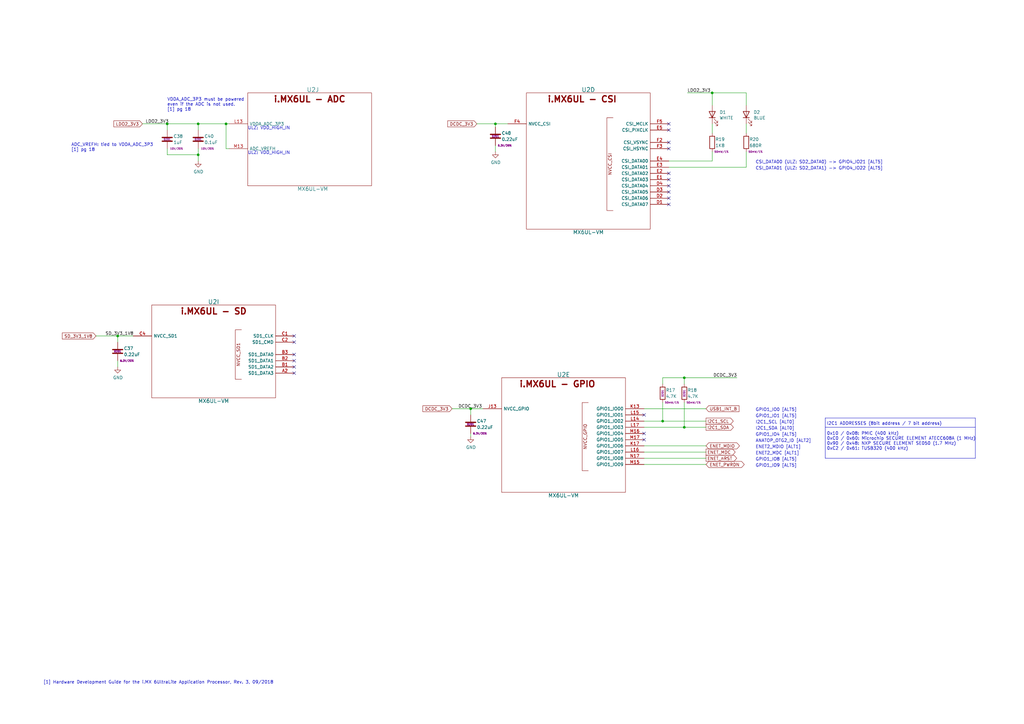
<source format=kicad_sch>
(kicad_sch (version 20230121) (generator eeschema)
  (paper "A3")
  (title_block (title "USB armory Mk II LAN") (date "2023-10-02") (rev "β") (company "WithSecure") (comment 1 "Copyright (c) The USB armory authors") (comment 2 "License: CERN-OHL-S") (comment 3 "https://github.com/usbarmory/usbarmory"))
  (lib_symbols
    (symbol "Device:C" (pin_numbers hide) (pin_names (offset 0.254))
      (property "Reference" "C" (at 0.635 2.54 0))
      (property "Value" "C" (at 0.635 -2.54 0))
      (symbol "C_0_1"
        (polyline (pts (xy -2.032 -0.762) (xy 2.032 -0.762)) (stroke (width 0.508)))
        (polyline (pts (xy -2.032 0.762) (xy 2.032 0.762)) (stroke (width 0.508)))
      )
      (symbol "C_1_1"
        (pin passive line (at 0 3.81 270) (length 2.794) (name "~") (number "1"))
        (pin passive line (at 0 -3.81 90) (length 2.794) (name "~") (number "2"))
      )
    )
    (symbol "Device:LED" (pin_numbers hide) (pin_names (offset 1.016) hide)
      (property "Reference" "D" (at 0 2.54 0))
      (property "Value" "LED" (at 0 -2.54 0))
      (symbol "LED_0_1"
        (polyline (pts (xy -1.27 -1.27) (xy -1.27 1.27)) (stroke (width 0.254)))
        (polyline (pts (xy -1.27 0) (xy 1.27 0)))
        (polyline (pts (xy 1.27 -1.27) (xy 1.27 1.27) (xy -1.27 0) (xy 1.27 -1.27)) (stroke (width 0.254)))
        (polyline (pts (xy -3.048 -0.762) (xy -4.572 -2.286) (xy -3.81 -2.286) (xy -4.572 -2.286) (xy -4.572 -1.524)))
        (polyline (pts (xy -1.778 -0.762) (xy -3.302 -2.286) (xy -2.54 -2.286) (xy -3.302 -2.286) (xy -3.302 -1.524)))
      )
      (symbol "LED_1_1"
        (pin passive line (at -3.81 0 0) (length 2.54) (name "K") (number "1"))
        (pin passive line (at 3.81 0 180) (length 2.54) (name "A") (number "2"))
      )
    )
    (symbol "Device:R" (pin_numbers hide) (pin_names (offset 0))
      (property "Reference" "R" (at 2.032 0 90))
      (property "Value" "R" (at 0 0 90))
      (symbol "R_0_1"
        (rectangle (start -1.016 -2.54) (end 1.016 2.54) (stroke (width 0.254)))
      )
      (symbol "R_1_1"
        (pin passive line (at 0 3.81 270) (length 1.27) (name "~") (number "1"))
        (pin passive line (at 0 -3.81 90) (length 1.27) (name "~") (number "2"))
      )
    )
    (symbol "Power:GND" (power) (pin_names (offset 0))
      (property "Value" "GND" (at 0 -3.81 0))
      (symbol "GND_0_1"
        (polyline (pts (xy 0 0) (xy 0 -1.27) (xy 1.27 -1.27) (xy 0 -2.54) (xy -1.27 -1.27) (xy 0 -1.27)))
      )
      (symbol "GND_1_1"
        (pin power_in line (at 0 0 270) (length 0) hide (name "GND") (number "1"))
      )
    )
    (symbol "armory-mkII:MX6UL-VM" (pin_names (offset 0.762))
      (property "Reference" "U" (at 7.62 5.08 0))
      (property "Value" "MX6UL-VM" (at -5.08 5.08 0))
      (symbol "MX6UL-VM_1_0"
        (text "i.MX6UL - POWER" (at 0 -2.54 0) (effects (font (size 2.54 2.54) bold)))
      )
      (symbol "MX6UL-VM_1_1"
        (rectangle (start -25.4 0) (end 25.4 -132.08))
        (pin power_in line (at -33.02 -68.58 0) (length 7.62) (name "VSS1") (number "A1"))
        (pin power_in line (at -33.02 -71.12 0) (length 7.62) (name "VSS2") (number "A17"))
        (pin power_in line (at -33.02 -78.74 0) (length 7.62) (name "VSS5") (number "C11"))
        (pin power_in line (at -33.02 -81.28 0) (length 7.62) (name "VSS6") (number "C15"))
        (pin power_in line (at -33.02 -73.66 0) (length 7.62) (name "VSS3") (number "C3"))
        (pin power_in line (at -33.02 -76.2 0) (length 7.62) (name "VSS4") (number "C7"))
        (pin power_in line (at -33.02 -86.36 0) (length 7.62) (name "VSS8") (number "E11"))
        (pin power_in line (at -33.02 -83.82 0) (length 7.62) (name "VSS7") (number "E8"))
        (pin power_in line (at -33.02 -99.06 0) (length 7.62) (name "VSS13") (number "F10"))
        (pin power_in line (at -33.02 -101.6 0) (length 7.62) (name "VSS14") (number "F11"))
        (pin power_in line (at -33.02 -104.14 0) (length 7.62) (name "VSS15") (number "F12"))
        (pin power_in line (at -33.02 -88.9 0) (length 7.62) (name "VSS9") (number "F6"))
        (pin power_in line (at -33.02 -91.44 0) (length 7.62) (name "VSS10") (number "F7"))
        (pin power_in line (at -33.02 -93.98 0) (length 7.62) (name "VSS11") (number "F8"))
        (pin power_in line (at -33.02 -96.52 0) (length 7.62) (name "VSS12") (number "F9"))
        (pin passive line (at 33.02 -10.16 180) (length 7.62) (name "VDD_ARM_CAP2") (number "G10"))
        (pin passive line (at 33.02 -12.7 180) (length 7.62) (name "VDD_ARM_CAP3") (number "G11"))
        (pin power_in line (at -33.02 -114.3 0) (length 7.62) (name "VSS19") (number "G12"))
        (pin power_in line (at -33.02 -116.84 0) (length 7.62) (name "VSS20") (number "G15"))
        (pin power_in line (at -33.02 -106.68 0) (length 7.62) (name "VSS16") (number "G3"))
        (pin power_in line (at -33.02 -109.22 0) (length 7.62) (name "VSS17") (number "G5"))
        (pin power_in line (at -33.02 -111.76 0) (length 7.62) (name "VSS18") (number "G7"))
        (pin power_out line (at 33.02 -20.32 180) (length 7.62) (name "VDD_SOC_CAP1") (number "G8"))
        (pin power_out line (at 33.02 -7.62 180) (length 7.62) (name "VDD_ARM_CAP1") (number "G9"))
        (pin power_in line (at -33.02 -15.24 0) (length 7.62) (name "VDD_SOC_IN2") (number "H10"))
        (pin passive line (at 33.02 -15.24 180) (length 7.62) (name "VDD_ARM_CAP4") (number "H11"))
        (pin power_in line (at -33.02 -121.92 0) (length 7.62) (name "VSS22") (number "H12"))
        (pin power_in line (at -33.02 -119.38 0) (length 7.62) (name "VSS21") (number "H7"))
        (pin passive line (at 33.02 -22.86 180) (length 7.62) (name "VDD_SOC_CAP2") (number "H8"))
        (pin power_in line (at -33.02 -12.7 0) (length 7.62) (name "VDD_SOC_IN1") (number "H9"))
        (pin power_in line (at -33.02 -20.32 0) (length 7.62) (name "VDD_SOC_IN4") (number "J10"))
        (pin passive line (at 33.02 -27.94 180) (length 7.62) (name "VDD_SOC_CAP4") (number "J11"))
        (pin power_in line (at 33.02 -121.92 180) (length 7.62) (name "VSS25") (number "J12"))
        (pin power_in line (at -33.02 -124.46 0) (length 7.62) (name "VSS23") (number "J5"))
        (pin power_in line (at 33.02 -124.46 180) (length 7.62) (name "VSS24") (number "J7"))
        (pin passive line (at 33.02 -25.4 180) (length 7.62) (name "VDD_SOC_CAP3") (number "J8"))
        (pin power_in line (at -33.02 -17.78 0) (length 7.62) (name "VDD_SOC_IN3") (number "J9"))
        (pin power_in line (at -33.02 -25.4 0) (length 7.62) (name "VDD_SOC_IN6") (number "K10"))
        (pin passive line (at 33.02 -33.02 180) (length 7.62) (name "VDD_SOC_CAP6") (number "K11"))
        (pin power_in line (at 33.02 -116.84 180) (length 7.62) (name "VSS27") (number "K12"))
        (pin power_in line (at 33.02 -119.38 180) (length 7.62) (name "VSS26") (number "K7"))
        (pin passive line (at 33.02 -30.48 180) (length 7.62) (name "VDD_SOC_CAP5") (number "K8"))
        (pin power_in line (at -33.02 -22.86 0) (length 7.62) (name "VDD_SOC_IN5") (number "K9"))
        (pin passive line (at 33.02 -40.64 180) (length 7.62) (name "VDD_SOC_CAP9") (number "L10"))
        (pin passive line (at 33.02 -43.18 180) (length 7.62) (name "VDD_SOC_CAP10") (number "L11"))
        (pin power_in line (at 33.02 -109.22 180) (length 7.62) (name "VSS30") (number "L12"))
        (pin power_in line (at 33.02 -114.3 180) (length 7.62) (name "VSS28") (number "L3"))
        (pin power_in line (at 33.02 -111.76 180) (length 7.62) (name "VSS29") (number "L7"))
        (pin passive line (at 33.02 -35.56 180) (length 7.62) (name "VDD_SOC_CAP7") (number "L8"))
        (pin passive line (at 33.02 -38.1 180) (length 7.62) (name "VDD_SOC_CAP8") (number "L9"))
        (pin power_in line (at 33.02 -99.06 180) (length 7.62) (name "VSS34") (number "M10"))
        (pin power_in line (at 33.02 -96.52 180) (length 7.62) (name "VSS35") (number "M11"))
        (pin power_in line (at -33.02 -66.04 0) (length 7.62) (name "NGND_KEL0") (number "M12"))
        (pin power_in line (at 33.02 -106.68 180) (length 7.62) (name "VSS31") (number "M7"))
        (pin power_in line (at 33.02 -104.14 180) (length 7.62) (name "VSS32") (number "M8"))
        (pin power_in line (at 33.02 -101.6 180) (length 7.62) (name "VSS33") (number "M9"))
        (pin power_out line (at 33.02 -60.96 180) (length 7.62) (name "VDD_SNVS_CAP") (number "N12"))
        (pin power_in line (at -33.02 -40.64 0) (length 7.62) (name "VDD_HIGH_IN") (number "N13"))
        (pin power_in line (at 33.02 -93.98 180) (length 7.62) (name "VSS36") (number "N3"))
        (pin power_in line (at 33.02 -91.44 180) (length 7.62) (name "VSS37") (number "N5"))
        (pin power_in line (at -33.02 -50.8 0) (length 7.62) (name "VDD_SNVS_IN") (number "P12"))
        (pin power_out line (at 33.02 -55.88 180) (length 7.62) (name "NVCC_PLL") (number "P13"))
        (pin power_in line (at 33.02 -81.28 180) (length 7.62) (name "VSS41") (number "R11"))
        (pin power_out line (at 33.02 -48.26 180) (length 7.62) (name "VDD_HIGH_CAP1") (number "R14"))
        (pin passive line (at 33.02 -50.8 180) (length 7.62) (name "VDD_HIGH_CAP2") (number "R15"))
        (pin power_in line (at 33.02 -78.74 180) (length 7.62) (name "VSS42") (number "R16"))
        (pin power_in line (at 33.02 -76.2 180) (length 7.62) (name "VSS43") (number "R17"))
        (pin power_in line (at 33.02 -88.9 180) (length 7.62) (name "VSS38") (number "R3"))
        (pin power_in line (at 33.02 -86.36 180) (length 7.62) (name "VSS39") (number "R5"))
        (pin power_in line (at 33.02 -83.82 180) (length 7.62) (name "VSS40") (number "R7"))
        (pin power_in line (at 33.02 -73.66 180) (length 7.62) (name "VSS44") (number "T14"))
        (pin power_in line (at 33.02 -71.12 180) (length 7.62) (name "VSS45") (number "U1"))
        (pin power_in line (at 33.02 -68.58 180) (length 7.62) (name "VSS46") (number "U14"))
        (pin power_in line (at 33.02 -66.04 180) (length 7.62) (name "VSS47") (number "U17"))
      )
      (symbol "MX6UL-VM_2_0"
        (text "i.MX6UL - DDR" (at -1.27 -2.54 0) (effects (font (size 2.54 2.54) bold)))
      )
      (symbol "MX6UL-VM_2_1"
        (rectangle (start -25.4 0) (end 25.4 -114.3))
        (pin output line (at 33.02 -73.66 180) (length 7.62) (name "DRAM_ODT1") (number "F1"))
        (pin output line (at -33.02 -48.26 0) (length 7.62) (name "DRAM_ADDR14") (number "G1"))
        (pin output line (at -33.02 -27.94 0) (length 7.62) (name "DRAM_ADDR06") (number "G2"))
        (pin output line (at -33.02 -91.44 0) (length 7.62) (name "DRAM_RESET") (number "G4"))
        (pin power_in line (at 33.02 -88.9 180) (length 7.62) (name "NVCC_DRAM1") (number "G6"))
        (pin output line (at -33.02 -58.42 0) (length 7.62) (name "DRAM_SDBA1") (number "H1"))
        (pin output line (at -33.02 -15.24 0) (length 7.62) (name "DRAM_ADDR01") (number "H2"))
        (pin output line (at -33.02 -45.72 0) (length 7.62) (name "DRAM_ADDR13") (number "H3"))
        (pin output line (at -33.02 -30.48 0) (length 7.62) (name "DRAM_ADDR07") (number "H4"))
        (pin output inverted (at -33.02 -68.58 0) (length 7.62) (name "~{DRAM_CS1}") (number "H5"))
        (pin power_in line (at 33.02 -91.44 180) (length 7.62) (name "NVCC_DRAM2") (number "H6"))
        (pin output inverted (at -33.02 -78.74 0) (length 7.62) (name "~{DRAM_SDWE}") (number "J1"))
        (pin output inverted (at -33.02 -76.2 0) (length 7.62) (name "~{DRAM_CAS}") (number "J2"))
        (pin output line (at 33.02 -81.28 180) (length 7.62) (name "DRAM_SDCKE1") (number "J3"))
        (pin output line (at -33.02 -33.02 0) (length 7.62) (name "DRAM_ADDR08") (number "J4"))
        (pin power_in line (at 33.02 -93.98 180) (length 7.62) (name "NVCC_DRAM3") (number "J6"))
        (pin output line (at -33.02 -17.78 0) (length 7.62) (name "DRAM_ADDR02") (number "K1"))
        (pin output line (at -33.02 -60.96 0) (length 7.62) (name "DRAM_SDBA2") (number "K2"))
        (pin output line (at -33.02 -40.64 0) (length 7.62) (name "DRAM_ADDR11") (number "K3"))
        (pin output line (at -33.02 -22.86 0) (length 7.62) (name "DRAM_ADDR04") (number "K4"))
        (pin output line (at -33.02 -50.8 0) (length 7.62) (name "DRAM_ADDR15") (number "K5"))
        (pin power_in line (at 33.02 -96.52 180) (length 7.62) (name "NVCC_DRAM4") (number "K6"))
        (pin output line (at -33.02 -25.4 0) (length 7.62) (name "DRAM_ADDR05") (number "L1"))
        (pin output line (at -33.02 -35.56 0) (length 7.62) (name "DRAM_ADDR09") (number "L2"))
        (pin output line (at -33.02 -43.18 0) (length 7.62) (name "DRAM_ADDR12") (number "L4"))
        (pin output line (at -33.02 -12.7 0) (length 7.62) (name "DRAM_ADDR00") (number "L5"))
        (pin power_in line (at 33.02 -99.06 180) (length 7.62) (name "NVCC_DRAM5") (number "L6"))
        (pin output line (at -33.02 -55.88 0) (length 7.62) (name "DRAM_SDBA0") (number "M1"))
        (pin output line (at -33.02 -20.32 0) (length 7.62) (name "DRAM_ADDR03") (number "M2"))
        (pin output line (at 33.02 -83.82 180) (length 7.62) (name "DRAM_SDCKE0") (number "M3"))
        (pin output line (at -33.02 -38.1 0) (length 7.62) (name "DRAM_ADDR10") (number "M4"))
        (pin output inverted (at -33.02 -73.66 0) (length 7.62) (name "~{DRAM_RAS}") (number "M5"))
        (pin power_in line (at 33.02 -101.6 180) (length 7.62) (name "NVCC_DRAM6") (number "M6"))
        (pin output line (at 33.02 -76.2 180) (length 7.62) (name "DRAM_ODT0") (number "N1"))
        (pin output inverted (at -33.02 -66.04 0) (length 7.62) (name "~{DRAM_CS0}") (number "N2"))
        (pin input line (at -33.02 -96.52 0) (length 7.62) (name "DRAM_ZQPAD") (number "N4"))
        (pin power_in line (at -33.02 -101.6 0) (length 7.62) (name "NVCC_DRAM_2P5") (number "N6"))
        (pin output line (at -33.02 -83.82 0) (length 7.62) (name "DRAM_SDCLK0_P") (number "P1"))
        (pin output line (at -33.02 -86.36 0) (length 7.62) (name "DRAM_SDCLK0_N") (number "P2"))
        (pin bidirectional line (at 33.02 -55.88 180) (length 7.62) (name "DRAM_DATA13") (number "P3"))
        (pin power_in line (at -33.02 -106.68 0) (length 7.62) (name "DRAM_VREF") (number "P4"))
        (pin bidirectional line (at 33.02 -53.34 180) (length 7.62) (name "DRAM_DATA12") (number "P5"))
        (pin output line (at 33.02 -33.02 180) (length 7.62) (name "DRAM_SDQS0_P") (number "P6"))
        (pin output line (at 33.02 -35.56 180) (length 7.62) (name "DRAM_SDQS0_N") (number "P7"))
        (pin bidirectional line (at 33.02 -60.96 180) (length 7.62) (name "DRAM_DATA15") (number "R1"))
        (pin bidirectional line (at 33.02 -58.42 180) (length 7.62) (name "DRAM_DATA14") (number "R2"))
        (pin bidirectional line (at 33.02 -50.8 180) (length 7.62) (name "DRAM_DATA11") (number "R4"))
        (pin output line (at 33.02 -63.5 180) (length 7.62) (name "DRAM_SDQS1_P") (number "T1"))
        (pin output line (at 33.02 -66.04 180) (length 7.62) (name "DRAM_SDQS1_N") (number "T2"))
        (pin output line (at 33.02 -68.58 180) (length 7.62) (name "DRAM_DQM1") (number "T3"))
        (pin bidirectional line (at 33.02 -12.7 180) (length 7.62) (name "DRAM_DATA00") (number "T4"))
        (pin bidirectional line (at 33.02 -27.94 180) (length 7.62) (name "DRAM_DATA06") (number "T5"))
        (pin bidirectional line (at 33.02 -17.78 180) (length 7.62) (name "DRAM_DATA02") (number "T6"))
        (pin output line (at 33.02 -38.1 180) (length 7.62) (name "DRAM_DQM0") (number "T7"))
        (pin bidirectional line (at 33.02 -25.4 180) (length 7.62) (name "DRAM_DATA05") (number "T8"))
        (pin bidirectional line (at 33.02 -43.18 180) (length 7.62) (name "DRAM_DATA08") (number "U2"))
        (pin bidirectional line (at 33.02 -45.72 180) (length 7.62) (name "DRAM_DATA09") (number "U3"))
        (pin bidirectional line (at 33.02 -30.48 180) (length 7.62) (name "DRAM_DATA07") (number "U4"))
        (pin bidirectional line (at 33.02 -48.26 180) (length 7.62) (name "DRAM_DATA10") (number "U5"))
        (pin bidirectional line (at 33.02 -15.24 180) (length 7.62) (name "DRAM_DATA01") (number "U6"))
        (pin bidirectional line (at 33.02 -20.32 180) (length 7.62) (name "DRAM_DATA03") (number "U7"))
        (pin bidirectional line (at 33.02 -22.86 180) (length 7.62) (name "DRAM_DATA04") (number "U8"))
      )
      (symbol "MX6UL-VM_3_0"
        (text "i.MX6UL - NAND" (at -2.54 -2.54 0) (effects (font (size 2.54 2.54) bold)))
        (text "NVCC_NAND" (at 8.89 -34.29 900) (effects (font (size 1.27 1.27))))
      )
      (symbol "MX6UL-VM_3_1"
        (rectangle (start -25.4 0) (end 25.4 -64.77))
        (polyline (pts (xy 10.16 -10.16) (xy 7.62 -10.16) (xy 7.62 -60.96) (xy 10.16 -60.96)))
        (pin input inverted (at 33.02 -33.02 180) (length 7.62) (name "~{NAND_READY}") (number "A3"))
        (pin input line (at 33.02 -22.86 180) (length 7.62) (name "NAND_CLE") (number "A4"))
        (pin bidirectional line (at 33.02 -58.42 180) (length 7.62) (name "NAND_DATA07") (number "A5"))
        (pin bidirectional line (at 33.02 -55.88 180) (length 7.62) (name "NAND_DATA06") (number "A6"))
        (pin bidirectional line (at 33.02 -45.72 180) (length 7.62) (name "NAND_DATA02") (number "A7"))
        (pin input line (at 33.02 -20.32 180) (length 7.62) (name "NAND_ALE") (number "B4"))
        (pin input inverted (at 33.02 -15.24 180) (length 7.62) (name "~{NAND_CE1}") (number "B5"))
        (pin bidirectional line (at 33.02 -53.34 180) (length 7.62) (name "NAND_DATA05") (number "B6"))
        (pin bidirectional line (at 33.02 -43.18 180) (length 7.62) (name "NAND_DATA01") (number "B7"))
        (pin input inverted (at 33.02 -12.7 180) (length 7.62) (name "~{NAND_CE0}") (number "C5"))
        (pin bidirectional line (at 33.02 -50.8 180) (length 7.62) (name "NAND_DATA04") (number "C6"))
        (pin input inverted (at 33.02 -27.94 180) (length 7.62) (name "~{NAND_WE}") (number "C8"))
        (pin input inverted (at 33.02 -30.48 180) (length 7.62) (name "~{NAND_WP}") (number "D5"))
        (pin bidirectional line (at 33.02 -48.26 180) (length 7.62) (name "NAND_DATA03") (number "D6"))
        (pin bidirectional line (at 33.02 -40.64 180) (length 7.62) (name "NAND_DATA00") (number "D7"))
        (pin input inverted (at 33.02 -25.4 180) (length 7.62) (name "~{NAND_RE}") (number "D8"))
        (pin input line (at 33.02 -35.56 180) (length 7.62) (name "NAND_DQS") (number "E6"))
        (pin power_in line (at -33.02 -12.7 0) (length 7.62) (name "NVCC_NAND") (number "E7"))
      )
      (symbol "MX6UL-VM_4_0"
        (text "i.MX6UL - CSI" (at -2.54 -2.54 0) (effects (font (size 2.54 2.54) bold)))
        (text "NVCC_CSI" (at 8.89 -29.21 900) (effects (font (size 1.27 1.27))))
      )
      (symbol "MX6UL-VM_4_1"
        (rectangle (start -25.4 0) (end 25.4 -55.88))
        (polyline (pts (xy 10.16 -10.16) (xy 7.62 -10.16) (xy 7.62 -48.26) (xy 8.89 -48.26) (xy 10.16 -48.26)))
        (pin bidirectional line (at 33.02 -45.72 180) (length 7.62) (name "CSI_DATA07") (number "D1"))
        (pin bidirectional line (at 33.02 -43.18 180) (length 7.62) (name "CSI_DATA06") (number "D2"))
        (pin bidirectional line (at 33.02 -40.64 180) (length 7.62) (name "CSI_DATA05") (number "D3"))
        (pin bidirectional line (at 33.02 -38.1 180) (length 7.62) (name "CSI_DATA04") (number "D4"))
        (pin bidirectional line (at 33.02 -35.56 180) (length 7.62) (name "CSI_DATA03") (number "E1"))
        (pin bidirectional line (at 33.02 -33.02 180) (length 7.62) (name "CSI_DATA02") (number "E2"))
        (pin bidirectional line (at 33.02 -30.48 180) (length 7.62) (name "CSI_DATA01") (number "E3"))
        (pin bidirectional line (at 33.02 -27.94 180) (length 7.62) (name "CSI_DATA00") (number "E4"))
        (pin input line (at 33.02 -15.24 180) (length 7.62) (name "CSI_PIXCLK") (number "E5"))
        (pin input line (at 33.02 -20.32 180) (length 7.62) (name "CSI_VSYNC") (number "F2"))
        (pin input line (at 33.02 -22.86 180) (length 7.62) (name "CSI_HSYNC") (number "F3"))
        (pin power_in line (at -33.02 -12.7 0) (length 7.62) (name "NVCC_CSI") (number "F4"))
        (pin input line (at 33.02 -12.7 180) (length 7.62) (name "CSI_MCLK") (number "F5"))
      )
      (symbol "MX6UL-VM_5_0"
        (text "i.MX6UL - GPIO" (at -2.54 -2.54 0) (effects (font (size 2.54 2.54) bold)))
        (text "NVCC_GPIO" (at 8.89 -24.13 900) (effects (font (size 1.27 1.27))))
      )
      (symbol "MX6UL-VM_5_1"
        (rectangle (start -25.4 0) (end 25.4 -46.99))
        (polyline (pts (xy 10.16 -10.16) (xy 7.62 -10.16) (xy 7.62 -38.1) (xy 8.89 -38.1) (xy 10.16 -38.1)))
        (pin power_in line (at -33.02 -12.7 0) (length 7.62) (name "NVCC_GPIO") (number "J13"))
        (pin bidirectional line (at 33.02 -12.7 180) (length 7.62) (name "GPIO1_IO00") (number "K13"))
        (pin bidirectional line (at 33.02 -27.94 180) (length 7.62) (name "GPIO1_IO06") (number "K17"))
        (pin bidirectional line (at 33.02 -17.78 180) (length 7.62) (name "GPIO1_IO02") (number "L14"))
        (pin bidirectional line (at 33.02 -15.24 180) (length 7.62) (name "GPIO1_IO01") (number "L15"))
        (pin bidirectional line (at 33.02 -30.48 180) (length 7.62) (name "GPIO1_IO07") (number "L16"))
        (pin bidirectional line (at 33.02 -20.32 180) (length 7.62) (name "GPIO1_IO03") (number "L17"))
        (pin bidirectional line (at 33.02 -35.56 180) (length 7.62) (name "GPIO1_IO09") (number "M15"))
        (pin bidirectional line (at 33.02 -22.86 180) (length 7.62) (name "GPIO1_IO04") (number "M16"))
        (pin bidirectional line (at 33.02 -25.4 180) (length 7.62) (name "GPIO1_IO05") (number "M17"))
        (pin bidirectional line (at 33.02 -33.02 180) (length 7.62) (name "GPIO1_IO08") (number "N17"))
      )
      (symbol "MX6UL-VM_6_0"
        (text "i.MX6UL - ENET" (at -2.54 -2.54 0) (effects (font (size 2.54 2.54) bold)))
        (text "NVCC_ENET" (at 6.35 -35.56 900) (effects (font (size 1.27 1.27))))
      )
      (symbol "MX6UL-VM_6_1"
        (rectangle (start -25.4 0) (end 25.4 -59.69))
        (polyline (pts (xy 7.62 -10.16) (xy 5.08 -10.16) (xy 5.08 -55.88) (xy 7.62 -55.88)))
        (pin bidirectional line (at 33.02 -35.56 180) (length 7.62) (name "ENET2_TX_DATA0") (number "A15"))
        (pin bidirectional line (at 33.02 -38.1 180) (length 7.62) (name "ENET2_TX_DATA1") (number "A16"))
        (pin bidirectional line (at 33.02 -40.64 180) (length 7.62) (name "ENET2_TX_EN") (number "B15"))
        (pin bidirectional line (at 33.02 -53.34 180) (length 7.62) (name "ENET2_RX_EN") (number "B17"))
        (pin bidirectional line (at 33.02 -48.26 180) (length 7.62) (name "ENET2_RX_DATA1") (number "C16"))
        (pin bidirectional line (at 33.02 -45.72 180) (length 7.62) (name "ENET2_RX_DATA0") (number "C17"))
        (pin bidirectional line (at 33.02 -27.94 180) (length 7.62) (name "ENET1_RX_ER") (number "D15"))
        (pin bidirectional line (at 33.02 -50.8 180) (length 7.62) (name "ENET2_RX_ER") (number "D16"))
        (pin bidirectional line (at 33.02 -43.18 180) (length 7.62) (name "ENET2_TX_CLK") (number "D17"))
        (pin bidirectional line (at 33.02 -15.24 180) (length 7.62) (name "ENET1_TX_DATA1") (number "E14"))
        (pin bidirectional line (at 33.02 -12.7 180) (length 7.62) (name "ENET1_TX_DATA0") (number "E15"))
        (pin bidirectional line (at 33.02 -30.48 180) (length 7.62) (name "ENET1_RX_EN") (number "E16"))
        (pin bidirectional line (at 33.02 -25.4 180) (length 7.62) (name "ENET1_RX_DATA1") (number "E17"))
        (pin power_in line (at -33.02 -12.7 0) (length 7.62) (name "NVCC_ENET") (number "F13"))
        (pin bidirectional line (at 33.02 -20.32 180) (length 7.62) (name "ENET1_TX_CLK") (number "F14"))
        (pin bidirectional line (at 33.02 -17.78 180) (length 7.62) (name "ENET1_TX_EN") (number "F15"))
        (pin bidirectional line (at 33.02 -22.86 180) (length 7.62) (name "ENET1_RX_DATA0") (number "F16"))
      )
      (symbol "MX6UL-VM_7_0"
        (text "i.MX6UL - LCD" (at -2.54 -2.54 0) (effects (font (size 2.54 2.54) bold)))
        (text "NVCC_LCD1" (at 8.89 -50.8 900) (effects (font (size 1.27 1.27))))
      )
      (symbol "MX6UL-VM_7_1"
        (rectangle (start -25.4 0) (end 25.4 -97.79))
        (polyline (pts (xy 10.16 -10.16) (xy 7.62 -10.16) (xy 7.62 -91.44) (xy 10.16 -91.44)))
        (pin bidirectional line (at 33.02 -45.72 180) (length 7.62) (name "LCD_DATA06") (number "A10"))
        (pin bidirectional line (at 33.02 -53.34 180) (length 7.62) (name "LCD_DATA09") (number "A11"))
        (pin bidirectional line (at 33.02 -66.04 180) (length 7.62) (name "LCD_DATA14") (number "A12"))
        (pin bidirectional line (at 33.02 -76.2 180) (length 7.62) (name "LCD_DATA18") (number "A13"))
        (pin bidirectional line (at 33.02 -86.36 180) (length 7.62) (name "LCD_DATA22") (number "A14"))
        (pin bidirectional line (at 33.02 -12.7 180) (length 7.62) (name "LCD_CLK") (number "A8"))
        (pin bidirectional line (at 33.02 -33.02 180) (length 7.62) (name "LCD_DATA01") (number "A9"))
        (pin bidirectional line (at 33.02 -43.18 180) (length 7.62) (name "LCD_DATA05") (number "B10"))
        (pin bidirectional line (at 33.02 -50.8 180) (length 7.62) (name "LCD_DATA08") (number "B11"))
        (pin bidirectional line (at 33.02 -63.5 180) (length 7.62) (name "LCD_DATA13") (number "B12"))
        (pin bidirectional line (at 33.02 -73.66 180) (length 7.62) (name "LCD_DATA17") (number "B13"))
        (pin bidirectional line (at 33.02 -83.82 180) (length 7.62) (name "LCD_DATA21") (number "B14"))
        (pin bidirectional line (at 33.02 -88.9 180) (length 7.62) (name "LCD_DATA23") (number "B16"))
        (pin bidirectional line (at 33.02 -17.78 180) (length 7.62) (name "LCD_ENABLE") (number "B8"))
        (pin bidirectional line (at 33.02 -30.48 180) (length 7.62) (name "LCD_DATA00") (number "B9"))
        (pin bidirectional line (at 33.02 -40.64 180) (length 7.62) (name "LCD_DATA04") (number "C10"))
        (pin bidirectional line (at 33.02 -60.96 180) (length 7.62) (name "LCD_DATA12") (number "C12"))
        (pin bidirectional line (at 33.02 -71.12 180) (length 7.62) (name "LCD_DATA16") (number "C13"))
        (pin bidirectional line (at 33.02 -81.28 180) (length 7.62) (name "LCD_DATA20") (number "C14"))
        (pin bidirectional line (at 33.02 -22.86 180) (length 7.62) (name "LCD_VSYNC") (number "C9"))
        (pin bidirectional line (at 33.02 -38.1 180) (length 7.62) (name "LCD_DATA03") (number "D10"))
        (pin bidirectional line (at 33.02 -48.26 180) (length 7.62) (name "LCD_DATA07") (number "D11"))
        (pin bidirectional line (at 33.02 -58.42 180) (length 7.62) (name "LCD_DATA11") (number "D12"))
        (pin bidirectional line (at 33.02 -68.58 180) (length 7.62) (name "LCD_DATA15") (number "D13"))
        (pin bidirectional line (at 33.02 -78.74 180) (length 7.62) (name "LCD_DATA19") (number "D14"))
        (pin bidirectional line (at 33.02 -20.32 180) (length 7.62) (name "LCD_HSYNC") (number "D9"))
        (pin bidirectional line (at 33.02 -35.56 180) (length 7.62) (name "LCD_DATA02") (number "E10"))
        (pin bidirectional line (at 33.02 -55.88 180) (length 7.62) (name "LCD_DATA10") (number "E12"))
        (pin power_in line (at -33.02 -12.7 0) (length 7.62) (name "NVCC_LCD") (number "E13"))
        (pin bidirectional line (at 33.02 -25.4 180) (length 7.62) (name "LCD_RESET") (number "E9"))
      )
      (symbol "MX6UL-VM_8_0"
        (text "i.MX6UL - USB" (at -2.54 -2.54 0) (effects (font (size 2.54 2.54) bold)))
      )
      (symbol "MX6UL-VM_8_1"
        (rectangle (start -25.4 0) (end 25.4 -48.26))
        (pin power_out line (at 33.02 -26.67 180) (length 7.62) (name "VDD_USB_CAP") (number "R12"))
        (pin power_in line (at -33.02 -12.7 0) (length 7.62) (name "USB_OTG1_VBUS") (number "T12"))
        (pin bidirectional line (at 33.02 -35.56 180) (length 7.62) (name "USB_OTG2_DN") (number "T13"))
        (pin bidirectional line (at 33.02 -12.7 180) (length 7.62) (name "USB_OTG1_DN") (number "T15"))
        (pin power_in line (at -33.02 -35.56 0) (length 7.62) (name "USB_OTG2_VBUS") (number "U12"))
        (pin bidirectional line (at 33.02 -38.1 180) (length 7.62) (name "USB_OTG2_DP") (number "U13"))
        (pin bidirectional line (at 33.02 -15.24 180) (length 7.62) (name "USB_OTG1_DP") (number "U15"))
        (pin bidirectional inverted (at 33.02 -17.78 180) (length 7.62) (name "~{USB_OTG1_CHD}") (number "U16"))
      )
      (symbol "MX6UL-VM_9_0"
        (text "i.MX6UL - SD" (at 0 -2.54 0) (effects (font (size 2.54 2.54) bold)))
        (text "NVCC_SD1" (at 10.16 -20.32 900) (effects (font (size 1.27 1.27))))
      )
      (symbol "MX6UL-VM_9_1"
        (rectangle (start -25.4 0) (end 25.4 -38.1))
        (polyline (pts (xy 11.43 -10.16) (xy 8.89 -10.16) (xy 8.89 -30.48) (xy 11.43 -30.48)))
        (pin bidirectional line (at 33.02 -27.94 180) (length 7.62) (name "SD1_DATA3") (number "A2"))
        (pin bidirectional line (at 33.02 -25.4 180) (length 7.62) (name "SD1_DATA2") (number "B1"))
        (pin bidirectional line (at 33.02 -22.86 180) (length 7.62) (name "SD1_DATA1") (number "B2"))
        (pin bidirectional line (at 33.02 -20.32 180) (length 7.62) (name "SD1_DATA0") (number "B3"))
        (pin bidirectional line (at 33.02 -12.7 180) (length 7.62) (name "SD1_CLK") (number "C1"))
        (pin bidirectional line (at 33.02 -15.24 180) (length 7.62) (name "SD1_CMD") (number "C2"))
        (pin power_in line (at -33.02 -12.7 0) (length 7.62) (name "NVCC_SD1") (number "C4"))
      )
      (symbol "MX6UL-VM_10_0"
        (text "i.MX6UL - ADC" (at 0 -2.54 0) (effects (font (size 2.54 2.54) bold)))
      )
      (symbol "MX6UL-VM_10_1"
        (rectangle (start -25.4 0) (end 25.4 -38.1))
        (pin power_in line (at -33.02 -12.7 0) (length 7.62) (name "VDDA_ADC_3P3") (number "L13"))
        (pin power_in line (at -33.02 -22.86 0) (length 7.62) (name "ADC_VREFH") (number "M13"))
      )
      (symbol "MX6UL-VM_11_0"
        (polyline (pts (xy -17.78 -67.31) (xy -15.24 -67.31) (xy -15.24 -77.47) (xy -17.78 -77.47)))
        (polyline (pts (xy -15.24 -105.41) (xy -12.7 -105.41) (xy -12.7 -118.11) (xy -15.24 -118.11)))
        (polyline (pts (xy -12.7 -81.28) (xy -10.16 -81.28) (xy -10.16 -99.06) (xy -12.7 -99.06)))
        (polyline (pts (xy -5.08 -10.16) (xy -2.54 -10.16) (xy -2.54 -63.5) (xy -5.08 -63.5)))
        (polyline (pts (xy 7.62 -60.96) (xy 5.08 -60.96) (xy 5.08 -114.3) (xy 7.62 -114.3)))
        (text "i.MX6UL - CONTROL" (at 1.27 -2.54 0) (effects (font (size 2.54 2.54) bold)))
        (text "NVCC_GPIO" (at 10.16 -19.05 900) (effects (font (size 1.27 1.27))))
        (text "NVCC_PLL" (at -16.51 -72.39 900) (effects (font (size 1.27 1.27))))
        (text "NVCC_UART" (at 6.35 -86.36 900) (effects (font (size 1.27 1.27))))
        (text "VDD_SNVS_CAP" (at -11.43 -90.17 900) (effects (font (size 1.27 1.27))))
        (text "VDD_SNVS_IN" (at -3.81 -36.83 900) (effects (font (size 1.27 1.27))))
        (text "VDDHIGH_CAP" (at 10.16 -39.37 900) (effects (font (size 1.27 1.27))))
        (text "VDDHIGH_IN" (at -13.97 -111.76 900) (effects (font (size 1.27 1.27))))
      )
      (symbol "MX6UL-VM_11_1"
        (rectangle (start -25.4 0) (end 25.4 -121.92))
        (polyline (pts (xy 11.43 -31.75) (xy 8.89 -31.75) (xy 8.89 -46.99) (xy 10.16 -46.99) (xy 11.43 -46.99)))
        (polyline (pts (xy 11.43 -10.16) (xy 8.89 -10.16) (xy 8.89 -27.94) (xy 10.16 -27.94) (xy 11.43 -27.94)))
        (pin bidirectional line (at 33.02 -109.22 180) (length 7.62) (name "UART5_TX_DATA") (number "F17"))
        (pin bidirectional line (at 33.02 -111.76 180) (length 7.62) (name "UART5_RX_DATA") (number "G13"))
        (pin bidirectional inverted (at 33.02 -93.98 180) (length 7.62) (name "~{UART3_RTS}") (number "G14"))
        (pin bidirectional line (at 33.02 -104.14 180) (length 7.62) (name "UART4_RX_DATA") (number "G16"))
        (pin bidirectional line (at 33.02 -101.6 180) (length 7.62) (name "UART4_TX_DATA") (number "G17"))
        (pin power_in line (at 33.02 -53.34 180) (length 7.62) (name "NVCC_UART") (number "H13"))
        (pin bidirectional inverted (at 33.02 -81.28 180) (length 7.62) (name "~{UART2_RTS}") (number "H14"))
        (pin bidirectional inverted (at 33.02 -96.52 180) (length 7.62) (name "~{UART3_CTS}") (number "H15"))
        (pin bidirectional line (at 33.02 -91.44 180) (length 7.62) (name "UART3_RX_DATA") (number "H16"))
        (pin bidirectional line (at 33.02 -88.9 180) (length 7.62) (name "UART3_TX_DATA") (number "H17"))
        (pin bidirectional inverted (at 33.02 -68.58 180) (length 7.62) (name "~{UART1_RTS}") (number "J14"))
        (pin bidirectional inverted (at 33.02 -83.82 180) (length 7.62) (name "~{UART2_CTS}") (number "J15"))
        (pin bidirectional line (at 33.02 -78.74 180) (length 7.62) (name "UART2_RX_DATA") (number "J16"))
        (pin bidirectional line (at 33.02 -76.2 180) (length 7.62) (name "UART2_TX_DATA") (number "J17"))
        (pin bidirectional line (at 33.02 -63.5 180) (length 7.62) (name "UART1_TX_DATA") (number "K14"))
        (pin bidirectional inverted (at 33.02 -71.12 180) (length 7.62) (name "~{UART1_CTS}") (number "K15"))
        (pin bidirectional line (at 33.02 -66.04 180) (length 7.62) (name "UART1_RX_DATA") (number "K16"))
        (pin bidirectional line (at 33.02 -12.7 180) (length 7.62) (name "JTAG_TCK") (number "M14"))
        (pin input line (at -33.02 -48.26 0) (length 7.62) (name "SNVS_TAMPER7") (number "N10"))
        (pin input line (at -33.02 -45.72 0) (length 7.62) (name "SNVS_TAMPER6") (number "N11"))
        (pin input inverted (at 33.02 -22.86 180) (length 7.62) (name "~{JTAG_TRST}") (number "N14"))
        (pin bidirectional line (at 33.02 -20.32 180) (length 7.62) (name "JTAG_TDO") (number "N15"))
        (pin input line (at 33.02 -17.78 180) (length 7.62) (name "JTAG_TDI") (number "N16"))
        (pin input line (at -33.02 -25.4 0) (length 7.62) (name "TEST_MODE") (number "N7"))
        (pin input line (at -33.02 -43.18 0) (length 7.62) (name "SNVS_TAMPER5") (number "N8"))
        (pin input line (at -33.02 -50.8 0) (length 7.62) (name "SNVS_TAMPER8") (number "N9"))
        (pin input line (at -33.02 -38.1 0) (length 7.62) (name "SNVS_TAMPER3") (number "P10"))
        (pin input line (at -33.02 -35.56 0) (length 7.62) (name "SNVS_TAMPER2") (number "P11"))
        (pin bidirectional line (at 33.02 -15.24 180) (length 7.62) (name "JTAG_TMS") (number "P14"))
        (pin bidirectional line (at 33.02 -25.4 180) (length 7.62) (name "JTAG_MOD") (number "P15"))
        (pin bidirectional line (at 33.02 -38.1 180) (length 7.62) (name "CCM_CLK1_N") (number "P16"))
        (pin bidirectional line (at 33.02 -40.64 180) (length 7.62) (name "CCM_CLK1_P") (number "P17"))
        (pin input inverted (at -33.02 -15.24 0) (length 7.62) (name "~{POR}") (number "P8"))
        (pin input line (at -33.02 -40.64 0) (length 7.62) (name "SNVS_TAMPER4") (number "P9"))
        (pin input line (at -33.02 -30.48 0) (length 7.62) (name "SNVS_TAMPER0") (number "R10"))
        (pin power_in line (at -33.02 -111.76 0) (length 7.62) (name "GPANAIO") (number "R13"))
        (pin input line (at -33.02 -53.34 0) (length 7.62) (name "SNVS_TAMPER9") (number "R6"))
        (pin input line (at -33.02 -12.7 0) (length 7.62) (name "ONOFF") (number "R8"))
        (pin input line (at -33.02 -33.02 0) (length 7.62) (name "SNVS_TAMPER1") (number "R9"))
        (pin input line (at -33.02 -20.32 0) (length 7.62) (name "BOOT_MODE0") (number "T10"))
        (pin input line (at -33.02 -88.9 0) (length 7.62) (name "RTC_XTALI") (number "T11"))
        (pin input line (at -33.02 -71.12 0) (length 7.62) (name "XTALI") (number "T16"))
        (pin input line (at -33.02 -73.66 0) (length 7.62) (name "XTALO") (number "T17"))
        (pin input line (at -33.02 -60.96 0) (length 7.62) (name "SNVS_PMIC_ON_REQ") (number "T9"))
        (pin input line (at -33.02 -22.86 0) (length 7.62) (name "BOOT_MODE1") (number "U10"))
        (pin input line (at -33.02 -91.44 0) (length 7.62) (name "RTC_XTALO") (number "U11"))
        (pin input line (at -33.02 -58.42 0) (length 7.62) (name "CCM_PMIC_STBY_REQ") (number "U9"))
      )
    )
  )
  (junction (at 280.67 154.94))
  (junction (at 81.28 63.5))
  (junction (at 271.78 172.72))
  (junction (at 81.28 50.8))
  (junction (at 48.26 137.795))
  (junction (at 193.04 167.64))
  (junction (at 68.58 50.8))
  (junction (at 92.71 50.8))
  (junction (at 292.1 38.1))
  (junction (at 203.2 50.8))
  (junction (at 280.67 175.26))
  (no_connect (at 120.65 147.955))
  (no_connect (at 264.16 170.18))
  (no_connect (at 264.16 180.34))
  (no_connect (at 264.16 177.8))
  (no_connect (at 120.65 150.495))
  (no_connect (at 120.65 137.795))
  (no_connect (at 274.32 83.82))
  (no_connect (at 274.32 81.28))
  (no_connect (at 274.32 58.42))
  (no_connect (at 120.65 140.335))
  (no_connect (at 120.65 145.415))
  (no_connect (at 274.32 73.66))
  (no_connect (at 274.32 76.2))
  (no_connect (at 120.65 153.035))
  (no_connect (at 274.32 60.96))
  (no_connect (at 274.32 50.8))
  (no_connect (at 274.32 71.12))
  (no_connect (at 274.32 53.34))
  (no_connect (at 274.32 78.74))
  (wire (pts (xy 306.07 38.1) (xy 306.07 43.18)))
  (wire (pts (xy 193.04 177.8) (xy 193.04 179.07)))
  (wire (pts (xy 92.71 50.8) (xy 92.71 60.96)))
  (wire (pts (xy 203.2 52.07) (xy 203.2 50.8)))
  (wire (pts (xy 92.71 60.96) (xy 93.98 60.96)))
  (wire (pts (xy 68.58 63.5) (xy 68.58 60.96)))
  (wire (pts (xy 280.67 154.94) (xy 302.26 154.94)))
  (wire (pts (xy 195.58 50.8) (xy 203.2 50.8)))
  (wire (pts (xy 48.26 137.795) (xy 54.61 137.795)))
  (wire (pts (xy 193.04 170.18) (xy 193.04 167.64)))
  (polyline (pts (xy 338.455 171.45) (xy 338.455 187.96)))
  (wire (pts (xy 271.78 154.94) (xy 271.78 157.48)))
  (wire (pts (xy 68.58 53.34) (xy 68.58 50.8)))
  (wire (pts (xy 68.58 50.8) (xy 81.28 50.8)))
  (wire (pts (xy 271.78 172.72) (xy 289.56 172.72)))
  (wire (pts (xy 264.16 187.96) (xy 289.56 187.96)))
  (wire (pts (xy 48.26 147.955) (xy 48.26 150.495)))
  (wire (pts (xy 203.2 50.8) (xy 208.28 50.8)))
  (wire (pts (xy 306.07 38.1) (xy 292.1 38.1)))
  (wire (pts (xy 271.78 154.94) (xy 280.67 154.94)))
  (wire (pts (xy 264.16 172.72) (xy 271.78 172.72)))
  (wire (pts (xy 193.04 167.64) (xy 198.12 167.64)))
  (wire (pts (xy 292.1 62.23) (xy 292.1 66.04)))
  (wire (pts (xy 271.78 165.1) (xy 271.78 172.72)))
  (wire (pts (xy 39.37 137.795) (xy 48.26 137.795)))
  (wire (pts (xy 280.67 157.48) (xy 280.67 154.94)))
  (wire (pts (xy 48.26 140.335) (xy 48.26 137.795)))
  (wire (pts (xy 93.98 50.8) (xy 92.71 50.8)))
  (polyline (pts (xy 400.05 187.96) (xy 400.05 171.45)))
  (wire (pts (xy 280.67 175.26) (xy 289.56 175.26)))
  (wire (pts (xy 292.1 38.1) (xy 281.94 38.1)))
  (wire (pts (xy 264.16 190.5) (xy 289.56 190.5)))
  (polyline (pts (xy 400.05 171.45) (xy 338.455 171.45)))
  (wire (pts (xy 81.28 63.5) (xy 81.28 60.96)))
  (wire (pts (xy 81.28 63.5) (xy 81.28 66.04)))
  (polyline (pts (xy 338.455 175.26) (xy 400.05 175.26)))
  (wire (pts (xy 292.1 50.8) (xy 292.1 54.61)))
  (wire (pts (xy 264.16 182.88) (xy 289.56 182.88)))
  (wire (pts (xy 306.07 68.58) (xy 274.32 68.58)))
  (wire (pts (xy 289.56 167.64) (xy 264.16 167.64)))
  (wire (pts (xy 203.2 59.69) (xy 203.2 62.23)))
  (wire (pts (xy 92.71 50.8) (xy 81.28 50.8)))
  (wire (pts (xy 264.16 185.42) (xy 289.56 185.42)))
  (wire (pts (xy 306.07 50.8) (xy 306.07 54.61)))
  (polyline (pts (xy 338.455 187.96) (xy 400.05 187.96)))
  (wire (pts (xy 280.67 165.1) (xy 280.67 175.26)))
  (wire (pts (xy 68.58 63.5) (xy 81.28 63.5)))
  (wire (pts (xy 264.16 175.26) (xy 280.67 175.26)))
  (wire (pts (xy 185.42 167.64) (xy 193.04 167.64)))
  (wire (pts (xy 292.1 43.18) (xy 292.1 38.1)))
  (wire (pts (xy 292.1 66.04) (xy 274.32 66.04)))
  (wire (pts (xy 306.07 62.23) (xy 306.07 68.58)))
  (wire (pts (xy 81.28 50.8) (xy 81.28 53.34)))
  (wire (pts (xy 58.42 50.8) (xy 68.58 50.8)))
  (text "I2C1_SDA [ALT0]" (at 309.88 176.53 0) (effects (font (size 1.27 1.27)) (justify left bottom)))
  (text "GPIO1_IO9 [ALT5]" (at 309.88 191.77 0) (effects (font (size 1.27 1.27)) (justify left bottom)))
  (text "GPIO1_IO1 [ALT5]" (at 309.88 171.45 0) (effects (font (size 1.27 1.27)) (justify left bottom)))
  (text "VDDA_ADC_3P3 must be powered\neven if the ADC is not used.\n[1] pg 18" (at 68.58 45.72 0) (effects (font (size 1.27 1.27)) (justify left bottom)))
  (text "CSI_DATA00 (ULZ: SD2_DATA0) -> GPIO4_IO21 [ALT5]" (at 309.88 67.31 0) (effects (font (size 1.27 1.27)) (justify left bottom)))
  (text "ULZ: VDD_HIGH_IN" (at 101.6 63.5 0) (effects (font (size 1.27 1.27)) (justify left bottom)))
  (text "ENET2_MDIO [ALT1]" (at 309.88 184.15 0) (effects (font (size 1.27 1.27)) (justify left bottom)))
  (text "ENET2_MDC [ALT1]" (at 309.88 186.69 0) (effects (font (size 1.27 1.27)) (justify left bottom)))
  (text "ULZ: VDD_HIGH_IN" (at 101.6 53.34 0) (effects (font (size 1.27 1.27)) (justify left bottom)))
  (text "GPIO1_IO8 [ALT5]" (at 309.88 189.23 0) (effects (font (size 1.27 1.27)) (justify left bottom)))
  (text "GPIO1_IO4 [ALT5]" (at 309.88 179.07 0) (effects (font (size 1.27 1.27)) (justify left bottom)))
  (text "ADC_VREFH: tied to VDDA_ADC_3P3\n[1] pg 18" (at 29.21 62.23 0) (effects (font (size 1.27 1.27)) (justify left bottom)))
  (text "CSI_DATA01 (ULZ: SD2_DATA1) -> GPIO4_IO22 [ALT5]" (at 309.88 69.85 0) (effects (font (size 1.27 1.27)) (justify left bottom)))
  (text "I2C1_SCL [ALT0]" (at 309.88 173.99 0) (effects (font (size 1.27 1.27)) (justify left bottom)))
  (text "ANATOP_OTG2_ID [ALT2]" (at 309.88 181.61 0) (effects (font (size 1.27 1.27)) (justify left bottom)))
  (text "GPIO1_IO0 [ALT5]" (at 309.88 168.91 0) (effects (font (size 1.27 1.27)) (justify left bottom)))
  (text "[1] Hardware Development Guide for the i.MX 6UltraLite Application Processor, Rev. 3, 09/2018\n" (at 17.78 280.67 0) (effects (font (size 1.27 1.27)) (justify left bottom)))
  (text "I2C1 ADDRESSES (8bit address / 7 bit address)\n\n0x10 / 0x08: PMIC (400 kHz)\n0xC0 / 0x60: Microchip SECURE ELEMENT ATECC608A (1 MHz)\n0x90 / 0x48: NXP SECURE ELEMENT SE050 (1.7 MHz)\n0xC2 / 0x61: TUSB320 (400 kHz)" (at 339.09 184.785 0) (effects (font (size 1.27 1.27)) (justify left bottom)))
  (label "LDO2_3V3" (at 59.69 50.8 0))
  (label "DCDC_3V3" (at 302.26 154.94 180))
  (label "LDO2_3V3" (at 281.94 38.1 0))
  (label "DCDC_3V3" (at 187.96 167.64 0))
  (label "SD_3V3_1V8" (at 43.18 137.795 0))
  (global_label "ENET_MDIO" (shape bidirectional) (at 289.56 182.88 0) (property "Intersheetrefs" "${INTERSHEET_REFS}" (effects hide)))
  (global_label "ENET_PWRDN" (shape bidirectional) (at 289.56 190.5 0) (property "Intersheetrefs" "${INTERSHEET_REFS}" (effects hide)))
  (global_label "LDO2_3V3" (shape input) (at 58.42 50.8 180) (property "Intersheetrefs" "${INTERSHEET_REFS}" (effects hide)))
  (global_label "DCDC_3V3" (shape input) (at 195.58 50.8 180) (property "Intersheetrefs" "${INTERSHEET_REFS}" (effects hide)))
  (global_label "DCDC_3V3" (shape input) (at 185.42 167.64 180) (property "Intersheetrefs" "${INTERSHEET_REFS}" (effects hide)))
  (global_label "I2C1_SDA" (shape output) (at 289.56 175.26 0) (property "Intersheetrefs" "${INTERSHEET_REFS}" (effects hide)))
  (global_label "I2C1_SCL" (shape output) (at 289.56 172.72 0) (property "Intersheetrefs" "${INTERSHEET_REFS}" (effects hide)))
  (global_label "USB1_INT_B" (shape input) (at 289.56 167.64 0) (property "Intersheetrefs" "${INTERSHEET_REFS}" (effects hide)))
  (global_label "ENET_nRST" (shape output) (at 289.56 187.96 0) (property "Intersheetrefs" "${INTERSHEET_REFS}" (effects hide)))
  (global_label "SD_3V3_1V8" (shape input) (at 39.37 137.795 180) (property "Intersheetrefs" "${INTERSHEET_REFS}" (effects hide)))
  (global_label "ENET_MDC" (shape output) (at 289.56 185.42 0) (property "Intersheetrefs" "${INTERSHEET_REFS}" (effects hide)))
  (symbol (lib_id "armory-mkII:MX6UL-VM") (at 231.14 154.94 0) (unit 5)
    (property "Reference" "U2" (at 231.14 153.67 0) (effects (font (size 1.778 1.778))))
    (property "Value" "MX6UL-VM" (at 231.14 203.2 0) (effects (font (size 1.524 1.524))))
    (property "Footprint" "armory-kicad:SOT1534-2" (effects hide))
    (property "Datasheet" "https://www.nxp.com/docs/en/data-sheet/IMX6ULLCEC.pdf" (effects hide))
    (property "Mfg PN" "MCIMX6Y2DVM09AB" (effects hide))
    (property "Mfg" "NXP" (effects hide))
    (property "Desc" "SoC" (effects hide))
    (property "Supplier" "Digikey" (effects hide))
    (property "Supplier PN" "568-14995-ND" (effects hide))
  )
  (symbol (lib_id "armory-mkII:MX6UL-VM") (at 241.3 38.1 0) (unit 4)
    (property "Reference" "U2" (at 241.3 36.83 0) (effects (font (size 1.778 1.778))))
    (property "Value" "MX6UL-VM" (at 241.3 95.25 0) (effects (font (size 1.524 1.524))))
    (property "Footprint" "armory-kicad:SOT1534-2" (effects hide))
    (property "Datasheet" "https://www.nxp.com/docs/en/data-sheet/IMX6ULLCEC.pdf" (effects hide))
    (property "Mfg PN" "MCIMX6Y2DVM09AB" (effects hide))
    (property "Mfg" "NXP" (effects hide))
    (property "Desc" "SoC" (effects hide))
    (property "Supplier" "Digikey" (effects hide))
    (property "Supplier PN" "568-14995-ND" (effects hide))
  )
  (symbol (lib_id "armory-mkII:MX6UL-VM") (at 127 38.1 0) (unit 10)
    (property "Reference" "U2" (at 125.73 36.83 0) (effects (font (size 1.778 1.778)) (justify left)))
    (property "Value" "MX6UL-VM" (at 121.92 77.47 0) (effects (font (size 1.524 1.524)) (justify left)))
    (property "Footprint" "armory-kicad:SOT1534-2" (effects hide))
    (property "Datasheet" "https://www.nxp.com/docs/en/data-sheet/IMX6ULLCEC.pdf" (effects hide))
    (property "Mfg PN" "MCIMX6Y2DVM09AB" (effects hide))
    (property "Mfg" "NXP" (effects hide))
    (property "Desc" "SoC" (effects hide))
    (property "Supplier" "Digikey" (effects hide))
    (property "Supplier PN" "568-14995-ND" (effects hide))
  )
  (symbol (lib_id "Device:C") (at 203.2 55.88 0) (unit 1)
    (property "Reference" "C48" (at 205.74 54.61 0) (effects (justify left)))
    (property "Value" "0.22uF" (at 205.74 57.15 0) (effects (justify left)))
    (property "Footprint" "armory-kicad:SM0201" (effects hide))
    (property "Mfg" "Murata Electronics North America" (effects hide))
    (property "Mfg PN" "GRM033R60J224ME15D" (effects hide))
    (property "Desc" "X5R, 20%, 6.3V" (effects hide))
    (property "Supplier" "Digikey" (effects hide))
    (property "Supplier PN" "490-10407-1-ND" (effects hide))
    (property "FP" "0201" (at 203.2 55.88 0) (effects (font (size 0.762 0.762))))
    (property "Rating" "6.3V/20%" (at 207.01 59.69 0) (effects (font (size 0.762 0.762))))
  )
  (symbol (lib_id "Device:C") (at 193.04 173.99 0) (unit 1)
    (property "Reference" "C47" (at 195.58 172.72 0) (effects (justify left)))
    (property "Value" "0.22uF" (at 195.58 175.26 0) (effects (justify left)))
    (property "Footprint" "armory-kicad:SM0201" (effects hide))
    (property "Mfg" "Murata Electronics North America" (effects hide))
    (property "Mfg PN" "GRM033R60J224ME15D" (effects hide))
    (property "Desc" "X5R, 20%, 6.3V" (effects hide))
    (property "Supplier" "Digikey" (effects hide))
    (property "Supplier PN" "490-10407-1-ND" (effects hide))
    (property "FP" "0201" (at 193.04 173.99 0) (effects (font (size 0.762 0.762))))
    (property "Rating" "6.3V/20%" (at 196.85 177.8 0) (effects (font (size 0.762 0.762))))
  )
  (symbol (lib_id "Device:R") (at 271.78 161.29 0) (unit 1)
    (property "Reference" "R17" (at 273.05 160.02 0) (effects (justify left)))
    (property "Value" "4.7K" (at 273.05 162.56 0) (effects (justify left)))
    (property "Footprint" "armory-kicad:SM0201" (effects hide))
    (property "Mfg" "Vishay Dale" (effects hide))
    (property "Mfg PN" "CRCW02014K70JNED" (effects hide))
    (property "Desc" "5%, 50mW" (effects hide))
    (property "Supplier" "Digikey" (effects hide))
    (property "Supplier PN" "541-4.7KAGTR-ND" (effects hide))
    (property "FP" "0201" (at 271.78 161.29 90) (effects (font (size 0.762 0.762))))
    (property "Rating" "50mW/1%" (at 275.59 165.1 0) (effects (font (size 0.762 0.762))))
  )
  (symbol (lib_id "Device:R") (at 280.67 161.29 0) (unit 1)
    (property "Reference" "R18" (at 281.94 160.02 0) (effects (justify left)))
    (property "Value" "4.7K" (at 281.94 162.56 0) (effects (justify left)))
    (property "Footprint" "armory-kicad:SM0201" (effects hide))
    (property "Mfg" "Vishay Dale" (effects hide))
    (property "Mfg PN" "CRCW02014K70JNED" (effects hide))
    (property "Desc" "5%, 50mW" (effects hide))
    (property "Supplier" "Digikey" (effects hide))
    (property "Supplier PN" "541-4.7KAGTR-ND" (effects hide))
    (property "FP" "0201" (at 280.67 161.29 90) (effects (font (size 0.762 0.762))))
    (property "Rating" "50mW/1%" (at 284.48 165.1 0) (effects (font (size 0.762 0.762))))
  )
  (symbol (lib_id "Device:R") (at 292.1 58.42 0) (unit 1)
    (property "Reference" "R19" (at 293.37 57.15 0) (effects (justify left)))
    (property "Value" "1K8" (at 293.37 59.69 0) (effects (justify left)))
    (property "Footprint" "armory-kicad:SM0201" (effects hide))
    (property "Mfg" "Panasonic Electronic Components" (effects hide))
    (property "Mfg PN" "ERJ-1GNF1801C" (effects hide))
    (property "Desc" "1%, 50mW" (effects hide))
    (property "Supplier" "Digikey" (effects hide))
    (property "Supplier PN" "P122788CT-ND" (effects hide))
    (property "Rating" "50mW/1%" (at 295.91 62.23 0) (effects (font (size 0.762 0.762))))
    (property "FP" "0201" (effects hide))
  )
  (symbol (lib_id "Device:R") (at 306.07 58.42 0) (unit 1)
    (property "Reference" "R20" (at 307.34 57.15 0) (effects (justify left)))
    (property "Value" "680R" (at 307.34 59.69 0) (effects (justify left)))
    (property "Footprint" "armory-kicad:SM0201" (effects hide))
    (property "Mfg" "Panasonic Electronic Components" (effects hide))
    (property "Mfg PN" "ERJ-1GNF6800C" (effects hide))
    (property "Desc" "1%, 50mW" (effects hide))
    (property "Supplier" "Digikey" (effects hide))
    (property "Supplier PN" "P123124CT-ND" (effects hide))
    (property "Rating" "50mW/1%" (at 309.88 62.23 0) (effects (font (size 0.762 0.762))))
    (property "FP" "0201" (effects hide))
  )
  (symbol (lib_id "Device:LED") (at 292.1 46.99 90) (unit 1)
    (property "Reference" "D1" (at 295.0972 46.0248 90) (effects (justify right)))
    (property "Value" "WHITE" (at 295.0972 48.3362 90) (effects (justify right)))
    (property "Footprint" "armory-kicad:SM0603_LED" (effects hide))
    (property "Mfg" "OSRAM Opto Semiconductors Inc." (effects hide))
    (property "Mfg PN" "LW Q38E-Q1OO-3K6L-1" (effects hide))
    (property "Desc" "LED, white" (effects hide))
    (property "Supplier" "Digikey" (effects hide))
    (property "Supplier PN" "475-2831-2-ND" (effects hide))
    (property "Rating" "5mA/2.85V" (effects hide))
  )
  (symbol (lib_id "Device:LED") (at 306.07 46.99 90) (unit 1)
    (property "Reference" "D2" (at 309.0418 46.0248 90) (effects (justify right)))
    (property "Value" "BLUE" (at 309.0418 48.3362 90) (effects (justify right)))
    (property "Footprint" "armory-kicad:SM0603_LED" (effects hide))
    (property "Mfg" "OSRAM Opto Semiconductors Inc." (effects hide))
    (property "Mfg PN" "LB Q39G-L2OO-35-1" (effects hide))
    (property "Desc" "LED, blue" (effects hide))
    (property "Supplier" "Digikey" (effects hide))
    (property "Supplier PN" "475-2816-2-ND" (effects hide))
    (property "Rating" "5mA/2.85V" (effects hide))
  )
  (symbol (lib_id "Power:GND") (at 203.2 62.23 0) (unit 1)
    (property "Reference" "#PWR0127" (effects hide))
    (property "Value" "GND" (at 203.327 66.6242 0))
  )
  (symbol (lib_id "Power:GND") (at 193.04 179.07 0) (unit 1)
    (property "Reference" "#PWR0128" (effects hide))
    (property "Value" "GND" (at 193.167 183.4642 0))
  )
  (symbol (lib_id "Power:GND") (at 81.28 66.04 0) (unit 1)
    (property "Reference" "#PWR0115" (effects hide))
    (property "Value" "GND" (at 81.407 70.4342 0))
  )
  (symbol (lib_id "Device:C") (at 81.28 57.15 0) (unit 1)
    (property "Reference" "C40" (at 83.82 55.88 0) (effects (justify left)))
    (property "Value" "0.1uF" (at 83.82 58.42 0) (effects (justify left)))
    (property "Footprint" "armory-kicad:SM0201" (effects hide))
    (property "Mfg" "Murata Electronics North America" (effects hide))
    (property "Mfg PN" "GRM033R61A104ME15D" (effects hide))
    (property "Desc" "X5R, 20%, 10V" (effects hide))
    (property "Supplier" "Digikey" (effects hide))
    (property "Supplier PN" "490-5405-2-ND" (effects hide))
    (property "FP" "0201" (at 81.28 57.15 0) (effects (font (size 0.762 0.762))))
    (property "Rating" "10V/20%" (at 85.09 60.96 0) (effects (font (size 0.762 0.762))))
  )
  (symbol (lib_id "Device:C") (at 68.58 57.15 0) (unit 1)
    (property "Reference" "C38" (at 71.12 55.88 0) (effects (justify left)))
    (property "Value" "1uF" (at 71.12 58.42 0) (effects (justify left)))
    (property "Footprint" "armory-kicad:SM0201" (effects hide))
    (property "Mfg" "Murata Electronics North America" (effects hide))
    (property "Mfg PN" "GRM033R61A105ME15D" (effects hide))
    (property "Desc" "X5R, 20%, 10V" (effects hide))
    (property "Supplier" "Digikey" (effects hide))
    (property "Supplier PN" "490-13226-2-ND" (effects hide))
    (property "FP" "0201" (at 68.58 57.15 0) (effects (font (size 0.762 0.762))))
    (property "Rating" "10V/20%" (at 72.39 60.96 0) (effects (font (size 0.762 0.762))))
    (property "Alternative PN" "CL03A105KP3NSNC" (effects hide))
  )
  (symbol (lib_id "Device:C") (at 48.26 144.145 0) (unit 1)
    (property "Reference" "C37" (at 50.8 142.875 0) (effects (justify left)))
    (property "Value" "0.22uF" (at 50.8 145.415 0) (effects (justify left)))
    (property "Footprint" "armory-kicad:SM0201" (effects hide))
    (property "Mfg" "Murata Electronics North America" (effects hide))
    (property "Mfg PN" "GRM033R60J224ME15D" (effects hide))
    (property "Desc" "X5R, 20%, 6.3V" (effects hide))
    (property "Supplier" "Digikey" (effects hide))
    (property "Supplier PN" "490-10407-1-ND" (effects hide))
    (property "FP" "0201" (at 48.26 144.145 0) (effects (font (size 0.762 0.762))))
    (property "Rating" "6.3V/20%" (at 52.07 147.955 0) (effects (font (size 0.762 0.762))))
  )
  (symbol (lib_id "armory-mkII:MX6UL-VM") (at 87.63 125.095 0) (unit 9)
    (property "Reference" "U2" (at 87.63 123.825 0) (effects (font (size 1.778 1.778))))
    (property "Value" "MX6UL-VM" (at 87.63 164.465 0) (effects (font (size 1.524 1.524))))
    (property "Footprint" "armory-kicad:SOT1534-2" (effects hide))
    (property "Datasheet" "https://www.nxp.com/docs/en/data-sheet/IMX6ULLCEC.pdf" (effects hide))
    (property "Mfg PN" "MCIMX6Y2DVM09AB" (effects hide))
    (property "Mfg" "NXP" (effects hide))
    (property "Desc" "SoC" (effects hide))
    (property "Supplier" "Digikey" (effects hide))
    (property "Supplier PN" "568-14995-ND" (effects hide))
  )
  (symbol (lib_id "Power:GND") (at 48.26 150.495 0) (unit 1)
    (property "Reference" "#PWR0101" (effects hide))
    (property "Value" "GND" (at 48.387 154.8892 0))
  )
)
</source>
